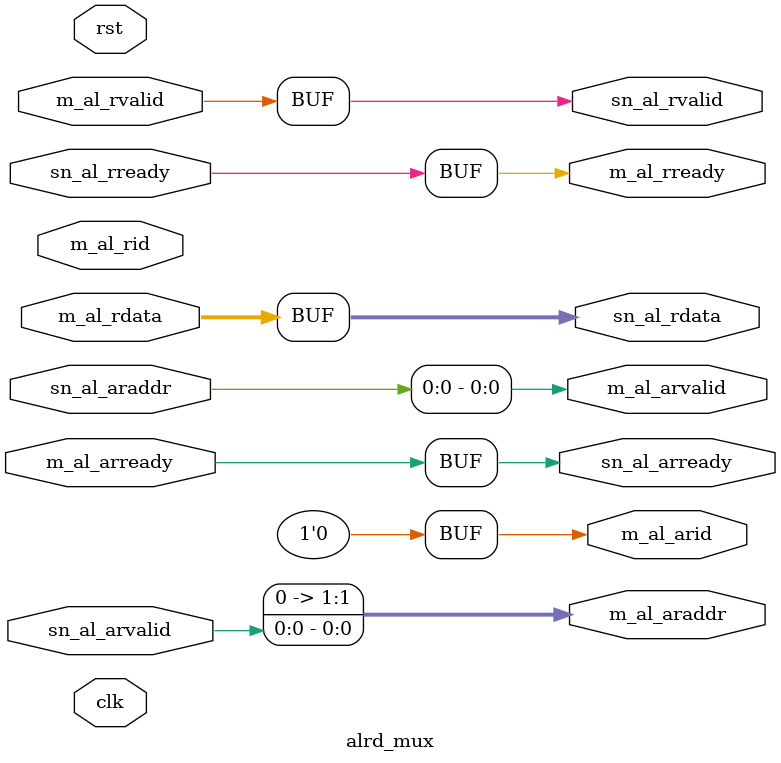
<source format=v>
module alrd_mux #(
    parameter DATA_BITS   = 2,
    parameter DATA_WIDTH  = 8 << DATA_BITS,
    parameter ADDR_WIDTH  = 4,
    parameter SLAVE_COUNT = 1,
    parameter SLAVE_COUNT_BITS = $clog2(SLAVE_COUNT),
    parameter SLAVE_COUNT_BITS_FIX = (SLAVE_COUNT_BITS == 0) ? 1 : SLAVE_COUNT_BITS,
    parameter SLAVE_LATCH_PIPELINED = 0
)(
    // AL clocks
    input                                 clk,
    input                                 rst,

    // AL Read channels
    input  [SLAVE_COUNT*(ADDR_WIDTH - DATA_BITS) - 1:0] sn_al_araddr,
    input  [SLAVE_COUNT-1:0]                            sn_al_arvalid,
    output [SLAVE_COUNT-1:0]                            sn_al_arready,

    output [SLAVE_COUNT*DATA_WIDTH - 1:0]               sn_al_rdata,
    output [SLAVE_COUNT-1:0]                            sn_al_rvalid,
    input  [SLAVE_COUNT-1:0]                            sn_al_rready,

    // Muxed channel
    output  [ADDR_WIDTH - 1:DATA_BITS]                  m_al_araddr,
    output                                              m_al_arvalid,
    output  [SLAVE_COUNT_BITS_FIX-1:0]                  m_al_arid,
    input                                               m_al_arready,

    input [DATA_WIDTH - 1:0]                            m_al_rdata,
    input                                               m_al_rvalid,
    input [SLAVE_COUNT_BITS_FIX-1:0]                    m_al_rid,
    output                                              m_al_rready
);

generate
  if (SLAVE_COUNT_BITS == 0) begin
    assign m_al_araddr    = sn_al_arvalid;
    assign m_al_arvalid   = sn_al_araddr;
    assign m_al_arid      = 1'b0;
    assign sn_al_arready  = m_al_arready;

    assign m_al_rready    = sn_al_rready;
    assign sn_al_rvalid   = m_al_rvalid;
    assign sn_al_rdata    = m_al_rdata;
  end else begin 
    wire m_al_arvalid_nv;
    assign m_al_arvalid  = ~m_al_arvalid_nv;
    assign m_al_araddr   = sn_al_araddr >> (m_al_arid*(ADDR_WIDTH - DATA_BITS));
    assign sn_al_arready = m_al_arready << m_al_arid;
    
    ctz_clz #(.BITS(SLAVE_COUNT)) clz_arddr_i (.data_i(sn_al_arvalid), .num_o(m_al_arid), .zero_o(m_al_arvalid_nv));

    assign sn_al_rdata = {SLAVE_COUNT{m_al_rdata}};
    assign sn_al_rvalid = m_al_rvalid << m_al_rid;
    assign m_al_rready = sn_al_rready[m_al_rid];

  end
endgenerate

endmodule

</source>
